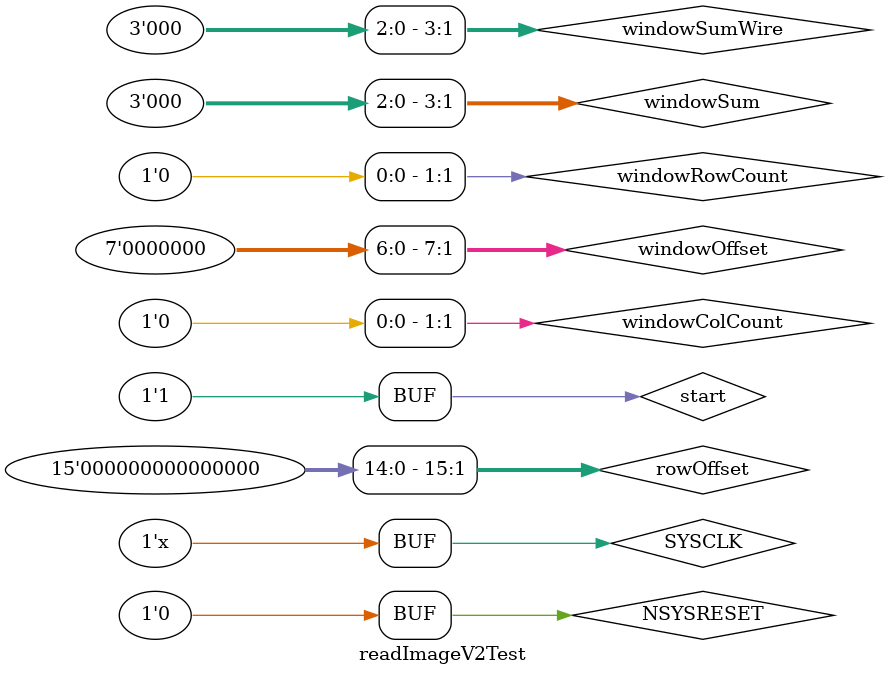
<source format=v>

`timescale 1ns/100ps

module readImageV2Test();

parameter SYSCLK_PERIOD = 10;// 10MHZ

reg SYSCLK;
reg NSYSRESET;

initial
begin
    SYSCLK = 1'b0;
    NSYSRESET = 1'b0;
end

//////////////////////////////////////////////////////////////////////
// Reset Pulse
//////////////////////////////////////////////////////////////////////
initial
begin
    #(SYSCLK_PERIOD * 1 )
        NSYSRESET = 1'b1;
    #(SYSCLK_PERIOD * 1 )
        NSYSRESET = 1'b0;
end


//////////////////////////////////////////////////////////////////////
// Clock Driver
//////////////////////////////////////////////////////////////////////
always @(SYSCLK)
    #(SYSCLK_PERIOD / 2.0) SYSCLK <= !SYSCLK;


//wire [15:0] addressOut;
wire [7:0] xAddressOut;
wire [7:0] yAddressOut;

wire fullImageDone;
//wire writeMedianMem;
wire medianDataOut;


wire [12:0] activeWindows;
wire windowDoneReg;
assign windowDoneReg = DUT.windowDoneReg;
wire [3:0] windowSum;
assign windowSum = DUT.windowSum;
wire [3:0] windowSumWire;
assign windowSumWire = DUT.windowSumWire;
wire [7:0] windowOffset;
assign windowOffset = DUT.windowOffset;
wire imageRowDone;
assign imageRowDone = DUT.imageRowDone;
wire windowRowDone;
assign windowRowDone = DUT.windowRowDone;
wire windowColDone;
assign windowColDone = DUT.windowColDone;
wire windowDone;
assign windowDone = DUT.windowDone;
wire [15:0] rowOffset;
assign rowOffset = DUT.rowOffset;
wire [1:0] windowColCount;
assign windowColCount = DUT.windowColCount;
wire [1:0] windowRowCount;
assign windowRowCount = DUT.windowRowCount;
wire dataInSync1;
assign dataInSync1 = DUT.dataInSync1;
wire dataInSync2;
assign dataInSync2 = DUT.dataInSync2;


reg start;
reg dataIn;
reg init;

readImageV2 DUT( 
        .clk(SYSCLK),
        .reset(NSYSRESET),
		  .init(init),
        .xAddressOut(xAddressOut),
        .yAddressOut(yAddressOut),
        .dataIn(dataIn),
        .activeWindows(activeWindows),
//        .writeMedianMem(writeMedianMem),
        .start(start),
        .fullImageDone(fullImageDone),
        .medianDataOut(medianDataOut)
);
//<statements>

always @ (posedge SYSCLK) begin
    dataIn = $random%2;	
	 if (fullImageDone) begin
		init <= 1;
	 end
	 else begin
		init <= 0;
	 end
end


localparam WINDOWSIZE = 3;
localparam MEDIANVALUE = 4; //$floor(WINDOWSIZE*WINDOWSIZE/2);

initial begin
    $display("d=%0d", MEDIANVALUE);
    dataIn = 0;
    start = 0;
	 init = 0;
    #35 start = 1;
end


endmodule


</source>
